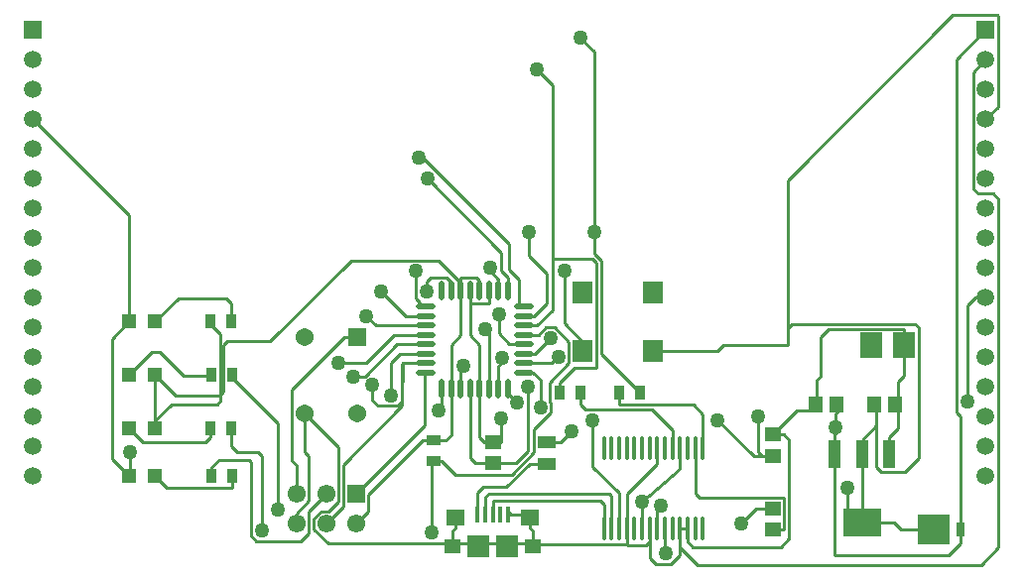
<source format=gtl>
%FSTAX23Y23*%
%MOIN*%
%SFA1B1*%

%IPPOS*%
%ADD10R,0.076770X0.088580*%
%ADD11R,0.035430X0.051180*%
%ADD12R,0.057090X0.045280*%
%ADD13R,0.045280X0.057090*%
%ADD14R,0.105120X0.100000*%
%ADD15R,0.030000X0.050000*%
%ADD16O,0.064960X0.021650*%
%ADD17O,0.021650X0.064960*%
%ADD18R,0.068900X0.076770*%
%ADD19R,0.051180X0.051180*%
%ADD20R,0.129920X0.094490*%
%ADD21R,0.039370X0.094490*%
%ADD22O,0.013780X0.082680*%
%ADD23R,0.051180X0.035430*%
%ADD24R,0.059050X0.039370*%
%ADD25R,0.074800X0.074800*%
%ADD26R,0.057090X0.051180*%
%ADD27R,0.062990X0.055120*%
%ADD28R,0.015750X0.053150*%
%ADD29C,0.010000*%
%ADD30C,0.059050*%
%ADD31R,0.059050X0.059050*%
%ADD32C,0.061020*%
%ADD33R,0.061020X0.061020*%
%ADD34C,0.060630*%
%ADD35R,0.060630X0.060630*%
%ADD36C,0.050000*%
%LNcarduino-1*%
%LPD*%
G54D10*
X03Y00773D03*
X02891D03*
G54D11*
X00676Y00333D03*
X00745D03*
X00671Y00853D03*
X0074D03*
X00671Y00493D03*
X0074D03*
X00676Y00673D03*
X00745D03*
X01914Y00613D03*
X01845D03*
X02114D03*
X02045D03*
G54D12*
X0256Y00223D03*
Y00153D03*
Y00402D03*
Y00473D03*
X0162Y00448D03*
Y00377D03*
G54D13*
X0297Y00573D03*
X029D03*
X02775D03*
X02704D03*
G54D14*
X031Y00153D03*
G54D15*
X03192Y00153D03*
G54D16*
X01725Y00903D03*
Y00871D03*
Y0084D03*
Y00808D03*
Y00777D03*
Y00745D03*
Y00714D03*
Y00682D03*
X01394D03*
Y00714D03*
Y00745D03*
Y00777D03*
Y00808D03*
Y0084D03*
Y00871D03*
Y00903D03*
G54D17*
X0167Y00627D03*
X01638D03*
X01607D03*
X01575D03*
X01544D03*
X01512D03*
X01481D03*
X01449D03*
Y00958D03*
X01481D03*
X01512D03*
X01544D03*
X01575D03*
X01607D03*
X01638D03*
X0167D03*
G54D18*
X01922Y00754D03*
Y00951D03*
X02157Y00754D03*
Y00951D03*
G54D19*
X00398Y00333D03*
X00485D03*
X00398Y00493D03*
X00485D03*
X00398Y00673D03*
X00485D03*
X00398Y00853D03*
X00485D03*
G54D20*
X0286Y00178D03*
G54D21*
X02769Y00407D03*
X0286D03*
X0295D03*
G54D22*
X02326Y00428D03*
X023D03*
X02275D03*
X02249D03*
X02223D03*
X02198D03*
X02172D03*
X02147D03*
X02121D03*
X02096D03*
X0207D03*
X02044D03*
X02019D03*
X01993D03*
X02326Y00157D03*
X023D03*
X02275D03*
X02249D03*
X02223D03*
X02198D03*
X02172D03*
X02147D03*
X02121D03*
X02096D03*
X0207D03*
X02044D03*
X02019D03*
X01993D03*
G54D23*
X0142Y00453D03*
Y00384D03*
G54D24*
X018Y00449D03*
Y00376D03*
G54D25*
X01667Y00097D03*
X01572D03*
G54D26*
X01754Y00097D03*
X01485D03*
G54D27*
X01745Y00194D03*
X01494D03*
G54D28*
X01671Y00203D03*
X01645D03*
X0162D03*
X01594D03*
X01568D03*
G54D29*
X02769Y00407D02*
Y00474D01*
X01485Y00107D02*
Y0015D01*
X01494Y00159*
X01745D02*
X01754Y0015D01*
X01575Y00627D02*
Y00776D01*
X01544Y00808D02*
X01575Y00776D01*
X02249Y00157D02*
X02275D01*
X0295Y00407D02*
Y00464D01*
X0298Y00493*
Y00652D02*
X03Y00672D01*
Y00773*
X02709Y00657D02*
X0272Y00668D01*
Y008*
X01481Y00627D02*
Y00776D01*
X01512Y00808*
Y00958*
X00485Y00521D02*
Y00673D01*
X0286Y00407D02*
Y00455D01*
X02909Y00504*
X0286Y00178D02*
Y00407D01*
Y00178D02*
X02967D01*
X02992Y00153*
X031*
X01607Y00915D02*
Y00958D01*
X01606Y00914D02*
X01607Y00915D01*
X01545Y00914D02*
X01606D01*
X01544Y00915D02*
X01545Y00914D01*
X00564Y00931D02*
X00725D01*
X0074Y00916*
X00485Y00333D02*
X00523Y00295D01*
X00744*
X00745Y00296*
Y00333*
X00398Y00493D02*
X00444Y00447D01*
X00655*
X00671Y00463*
Y00493*
X00476Y0075D02*
X00502D01*
X0058Y00672*
X00676D02*
Y00673D01*
X01575Y00463D02*
Y00627D01*
Y00463D02*
X0159Y00448D01*
X0162*
X01544Y00395D02*
Y00627D01*
Y00395D02*
X01562Y00377D01*
X0162*
X01481Y00471D02*
Y00627D01*
X01462Y00453D02*
X01481Y00471D01*
X0142Y00453D02*
X01462D01*
X00076Y01533D02*
X00398Y0121D01*
X0256Y00473D02*
X0264Y00553D01*
X0116Y00273D02*
X01391Y00504D01*
Y00682D02*
X01394D01*
X0116Y00173D02*
X01202Y00215D01*
Y00272*
X01383Y00453*
X0142*
X0207Y00105D02*
Y00157D01*
Y00105D02*
X02075Y001D01*
X02134*
X02147Y00113*
Y00157*
X01512Y01D02*
X01514Y01001D01*
X01565*
X01575Y00991*
Y00958D02*
Y00991D01*
X03Y00773D02*
Y00827D01*
X02999Y00828D02*
X03Y00827D01*
X02748Y00828D02*
X02999D01*
X0272Y008D02*
X02748Y00828D01*
X01993Y00157D02*
Y00238D01*
X0198Y00251D02*
X01993Y00238D01*
X01621Y00251D02*
X0198D01*
X0162Y0025D02*
X01621Y00251D01*
X0162Y00213D02*
Y0025D01*
Y00448D02*
X01648D01*
X02611Y00832D02*
X02625Y00845D01*
X03037*
X0305Y00833*
Y00393D02*
Y00833D01*
X03004Y00347D02*
X0305Y00393D01*
X02925Y00347D02*
X03004D01*
X02909Y00363D02*
X02925Y00347D01*
X02019Y00157D02*
Y00267D01*
X0201Y00276D02*
X02019Y00267D01*
X01607Y00276D02*
X0201D01*
X01594Y00263D02*
X01607Y00276D01*
X01594Y00213D02*
Y00263D01*
X01737Y00418D02*
Y00633D01*
X01697Y00377D02*
X01737Y00418D01*
X0162Y00377D02*
X01697D01*
X00987Y00545D02*
X01101Y00431D01*
Y00249D02*
Y00431D01*
X01068Y00215D02*
X01101Y00249D01*
X01043Y00215D02*
X01068D01*
X01018Y0019D02*
X01043Y00215D01*
X01018Y00155D02*
Y0019D01*
X02611Y01329D02*
X03166Y01883D01*
X03316*
X03317Y01882*
Y01574D02*
Y01882D01*
X03276Y01533D02*
X03317Y01574D01*
X0167Y00611D02*
X01701Y0058D01*
X0167Y00611D02*
Y00627D01*
X01725Y00745D02*
X01762D01*
X02275Y00113D02*
Y00157D01*
Y00113D02*
X02292Y00095D01*
X02587*
X02615Y00123*
Y00456*
X02599Y00473D02*
X02615Y00456D01*
X0256Y00473D02*
X02599D01*
X0256Y00153D02*
X02598D01*
X02599Y00154*
Y00261*
X02598Y00262D02*
X02599Y00261D01*
X02313Y00262D02*
X02598D01*
X023Y00275D02*
X02313Y00262D01*
X023Y00275D02*
Y00428D01*
X02769Y00068D02*
Y00407D01*
Y00068D02*
X0277Y00067D01*
X03151*
X03192Y00109*
Y00153*
X00745Y00665D02*
Y00673D01*
Y00665D02*
X00899Y00512D01*
Y0022D02*
Y00512D01*
X02172Y00157D02*
Y00216D01*
X01002Y00215D02*
X0106Y00273D01*
X01002Y00142D02*
Y00215D01*
X00976Y00116D02*
X01002Y00142D01*
X00825Y00116D02*
X00976D01*
X00808Y00133D02*
X00825Y00116D01*
X00808Y00133D02*
Y00381D01*
X00802Y00387D02*
X00808Y00381D01*
X007Y00387D02*
X00802D01*
X00676Y00364D02*
X007Y00387D01*
X01914Y00575D02*
Y00613D01*
Y00575D02*
X01931Y00558D01*
X02155*
X02223Y00489*
Y00428D02*
Y00489D01*
X02045Y00576D02*
Y00613D01*
Y00576D02*
X02046Y00575D01*
X02293*
X02326Y00542*
Y00428D02*
Y00542D01*
X02172Y00375D02*
Y00428D01*
X0207Y00273D02*
X02172Y00375D01*
X0207Y00157D02*
Y00273D01*
X01674Y01028D02*
Y01113D01*
Y01028D02*
X01709Y00993D01*
Y00903D02*
X01725D01*
X01638Y00958D02*
Y00995D01*
X0167Y00958D02*
Y01001D01*
X01315Y00712D02*
X01317Y00714D01*
X01117Y00372D02*
X01315Y0057D01*
X01117Y0023D02*
Y00372D01*
X0106Y00173D02*
X01117Y0023D01*
X01279Y00606D02*
Y00716D01*
X01309Y00745*
X01394*
X01297Y00777D02*
X01394D01*
X0119Y00669D02*
X01297Y00777D01*
X01195Y00872D02*
X01227Y0084D01*
X01394*
X01849Y00449D02*
X01885Y00485D01*
X018Y00449D02*
X01849D01*
X03179Y01736D02*
X03276Y01833D01*
X03179Y00547D02*
Y01736D01*
Y00547D02*
X03192Y00533D01*
Y00153D02*
Y00533D01*
X01759Y00413D02*
Y00491D01*
X01683Y00337D02*
X01759Y00413D01*
X01496Y00337D02*
X01683D01*
X01449Y00384D02*
X01496Y00337D01*
X0142Y00384D02*
X01449D01*
X01122Y008D02*
X01164D01*
X00946Y00624D02*
X01122Y008D01*
X00946Y00386D02*
Y00624D01*
X02506Y00223D02*
X0256D01*
X02456Y00174D02*
X02506Y00223D01*
X0096Y00173D02*
Y00209D01*
X01002Y00251*
Y00401*
X00987Y00415D02*
X01002Y00401D01*
X00987Y00415D02*
Y00545D01*
X02249Y00095D02*
Y00157D01*
Y00095D02*
X02308Y00036D01*
X0326*
X03317Y00093*
Y01266*
X033Y01283D02*
X03317Y01266D01*
X0325Y01283D02*
X033D01*
X03235Y01298D02*
X0325Y01283D01*
X03235Y01298D02*
Y01692D01*
X03276Y01733*
X01216Y00588D02*
Y00642D01*
Y00588D02*
X01233Y0057D01*
X013*
X01315Y00586*
X01317Y00714*
X01394*
X01245Y00954D02*
X01328Y00871D01*
X01394*
X01373Y00903D02*
X01394D01*
X01955Y01064D02*
X01968Y01051D01*
Y007D02*
Y01051D01*
X01967Y00699D02*
X01968Y007D01*
X01845Y00613D02*
Y00649D01*
X01725Y0084D02*
X01767D01*
X01607Y00627D02*
Y00816D01*
X01596Y00827D02*
X01607Y00816D01*
X01512Y00627D02*
Y00686D01*
X01676Y00777D02*
X01725D01*
X0164Y00813D02*
X01676Y00777D01*
X0164Y00813D02*
Y00879D01*
X01725Y00714D02*
X01818D01*
X01725Y00682D02*
X01756D01*
X03216Y00583D02*
Y00909D01*
X0324Y00933*
X03276*
X01638Y00627D02*
Y00704D01*
X00485Y00673D02*
X00555Y00603D01*
X007*
X00716Y00619D02*
Y00775D01*
X00728Y00788*
X00872*
X00671Y00845D02*
Y00853D01*
Y00845D02*
X00706Y0081D01*
X00693Y00575D02*
X00706Y00588D01*
X0054Y00575D02*
X00693D01*
X00485Y00521D02*
X0054Y00575D01*
X02249Y00357D02*
Y00428D01*
X02121Y00247D02*
X02249Y00357D01*
X02806Y00178D02*
X0286D01*
X02121Y00157D02*
Y00247D01*
X02157Y00754D02*
X02375D01*
X02393Y00773*
X02611*
X02525Y00402D02*
X0256D01*
X02044Y00157D02*
Y00277D01*
X01956Y00366D02*
X02044Y00277D01*
X01956Y00366D02*
Y00522D01*
X02376D02*
X02497Y00402D01*
X02525*
X01449Y00566D02*
Y00627D01*
X01438Y00554D02*
X01449Y00566D01*
X0074Y00436D02*
Y00493D01*
Y00436D02*
X00762Y00413D01*
X00831*
X00844Y004*
Y00152D02*
Y004D01*
X01745Y00376D02*
X018D01*
X01666Y00298D02*
X01745Y00376D01*
X01587Y00298D02*
X01666D01*
X01568Y00279D02*
X01587Y00298D01*
X01568Y00213D02*
Y00279D01*
X01481Y00958D02*
Y00985D01*
X01465Y01001D02*
X01481Y00985D01*
X01411Y01001D02*
X01465D01*
X01398Y00988D02*
X01411Y01001D01*
X01398Y00955D02*
Y00988D01*
X01922Y00754D02*
Y00785D01*
X01544Y00808D02*
Y00915D01*
Y00958*
X02147Y00059D02*
Y00113D01*
X02249Y00068D02*
Y00095D01*
X01391Y00504D02*
Y00682D01*
X01315Y0057D02*
Y00586D01*
Y00712*
X00706Y00588D02*
Y00609D01*
Y0081*
X007Y00603D02*
X00706Y00609D01*
X00716Y00619*
X01512Y00958D02*
Y00984D01*
Y01*
X02611Y00773D02*
Y00832D01*
Y01329*
X02909Y00363D02*
Y00504D01*
Y00553*
X0034Y00391D02*
Y00794D01*
X00398Y00853*
X00946Y00386D02*
X0096Y00372D01*
Y00273D02*
Y00372D01*
X0196Y01082D02*
X01984Y01058D01*
Y00743D02*
Y01058D01*
Y00743D02*
X02114Y00613D01*
X01767Y0084D02*
X0182Y00892D01*
X01769Y017D02*
X0182Y01649D01*
Y01064D02*
X01955D01*
X0182Y00892D02*
Y01064D01*
Y01649*
X01725Y00871D02*
X01758D01*
X018Y00913*
Y01013*
X0174Y01073D02*
X018Y01013D01*
X0174Y01073D02*
Y01153D01*
X0196Y01082D02*
Y01153D01*
Y01761*
X01916Y01804D02*
X0196Y01761D01*
X01916Y01804D02*
Y01809D01*
X0186Y00847D02*
Y01023D01*
X01152Y00669D02*
X0119D01*
X02709Y00553D02*
Y00553D01*
X02806Y00178D02*
X0281Y00182D01*
Y00293*
X0137Y01403D02*
X01384D01*
X01674Y01113*
X01709Y00903D02*
Y00993D01*
X02172Y00216D02*
X02183Y00226D01*
X02169Y00037D02*
X02218D01*
X02198Y00074D02*
X022Y00073D01*
X02198Y00074D02*
Y00157D01*
X02147Y00059D02*
X02169Y00037D01*
X02218D02*
X02249Y00068D01*
X02769Y00474D02*
X0278Y00485D01*
X0277Y00543D02*
X0278Y00553D01*
X0277Y00499D02*
Y00543D01*
Y00495D02*
X0278Y00485D01*
X0277Y00495D02*
Y00499D01*
X01512Y00686D02*
X0152Y00693D01*
Y00703*
X01638Y00704D02*
X0165Y00715D01*
Y0073*
X01413Y00377D02*
X0142Y00384D01*
X01413Y00143D02*
Y00377D01*
X01484Y00107D02*
X01485Y00107D01*
X01067Y00107D02*
X01484D01*
X01018Y00155D02*
X01067Y00107D01*
X011Y00713D02*
X01193D01*
X01289Y00808*
X01394*
X01725D02*
X01774D01*
X01845Y00649D02*
X01895Y00699D01*
X01967*
X01818Y00714D02*
X01837Y00733D01*
X0184*
X0181Y00649D02*
X01876Y00715D01*
X01762Y00745D02*
X01813Y00797D01*
X01798Y00833D02*
X01828D01*
X01876Y00785*
X01774Y00808D02*
X01798Y00833D01*
X01876Y00715D02*
Y00785D01*
X0136Y00931D02*
Y01023D01*
X01143Y01059D02*
X01438D01*
X0136Y00931D02*
X01373Y00918D01*
X00872Y00788D02*
X01143Y01059D01*
X01438D02*
X01512Y00984D01*
X01373Y00903D02*
Y00918D01*
X01756Y00682D02*
X0178Y00658D01*
X02512Y00414D02*
X02525Y00402D01*
X02512Y00414D02*
Y00533D01*
X01759Y00491D02*
X01794Y00527D01*
X01794*
X01816Y00548*
Y00577*
X0181Y00583D02*
X01816Y00577D01*
X0181Y00583D02*
Y00649D01*
X0178Y00563D02*
Y00658D01*
X00676Y00333D02*
Y00364D01*
X00398Y00853D02*
Y0121D01*
X0034Y00391D02*
X00398Y00333D01*
X00485Y00493D02*
Y00521D01*
X00398Y00673D02*
X00476Y0075D01*
X0074Y00853D02*
Y00916D01*
X00485Y00853D02*
X00564Y00931D01*
X01494Y00159D02*
Y00194D01*
Y00204*
X01745Y00159D02*
Y00194D01*
Y00204*
X01754Y00107D02*
Y0015D01*
Y00105D02*
Y00107D01*
X01985Y00105D02*
X01986Y00104D01*
X02001*
X02001Y00105*
X02011*
X02011Y00104*
X02026*
X02027Y00105*
X02036*
X02037Y00104*
X02052*
X02052Y00105*
X0207*
X01401Y01333D02*
X01648Y01086D01*
Y01023D02*
X0167Y01001D01*
X01648Y01023D02*
Y01086D01*
X0161Y01024D02*
X01638Y00995D01*
X0161Y01024D02*
Y01033D01*
X0186Y00847D02*
X01922Y00785D01*
X00398Y00333D02*
X004Y00334D01*
Y00413*
X0058Y00672D02*
X00676D01*
X01485Y00107D02*
X01754D01*
X01671Y00213D02*
X0168Y00204D01*
X01745*
X01648Y00448D02*
Y00527D01*
X01754Y00105D02*
X01985D01*
X0264Y00553D02*
X02709D01*
Y00657*
X0298Y00493D02*
Y00652D01*
G54D30*
X03276Y00333D03*
Y00433D03*
Y00533D03*
Y00633D03*
Y00733D03*
Y00833D03*
Y00933D03*
Y01033D03*
Y01133D03*
Y01233D03*
Y01333D03*
Y01433D03*
Y01533D03*
Y01633D03*
Y01733D03*
X00076Y00333D03*
Y00433D03*
Y00533D03*
Y00633D03*
Y00733D03*
Y00833D03*
Y00933D03*
Y01033D03*
Y01133D03*
Y01233D03*
Y01333D03*
Y01433D03*
Y01533D03*
Y01633D03*
Y01733D03*
G54D31*
X03276Y01833D03*
X00076D03*
G54D32*
X0096Y00173D03*
Y00273D03*
X0106Y00173D03*
Y00273D03*
X0116Y00173D03*
G54D33*
X0116Y00273D03*
G54D34*
X00987Y00545D03*
Y008D03*
X01164Y00545D03*
G54D35*
X01164Y008D03*
G54D36*
X01648Y00527D03*
X01737Y00633D03*
X01701Y0058D03*
X00899Y0022D03*
X01279Y00606D03*
X01195Y00872D03*
X01885Y00485D03*
X02456Y00174D03*
X01216Y00642D03*
X01245Y00954D03*
X01769Y017D03*
X01596Y00827D03*
X0164Y00879D03*
X03216Y00583D03*
X02121Y00247D03*
X01956Y00522D03*
X02376D03*
X01438Y00554D03*
X00844Y00152D03*
X01398Y00955D03*
X0174Y01153D03*
X0196D03*
X01916Y01809D03*
X0186Y01023D03*
X01152Y00669D03*
X0281Y00293D03*
X01401Y01333D03*
X0137Y01403D03*
X02183Y00236D03*
X022Y00073D03*
X0277Y00499D03*
X0152Y00703D03*
X0165Y0073D03*
X01413Y00143D03*
X011Y00713D03*
X0184Y00733D03*
X01813Y00797D03*
X0136Y01023D03*
X02512Y00533D03*
X0178Y00563D03*
X0161Y01033D03*
X004Y00413D03*
M02*
</source>
